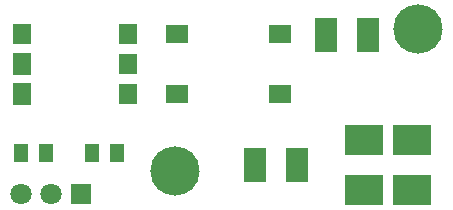
<source format=gts>
G04 (created by PCBNEW-RS274X (2012-01-19 BZR 3256)-stable) date 3/25/2013 8:41:05 PM*
G01*
G70*
G90*
%MOIN*%
G04 Gerber Fmt 3.4, Leading zero omitted, Abs format*
%FSLAX34Y34*%
G04 APERTURE LIST*
%ADD10C,0.006000*%
%ADD11R,0.070900X0.070900*%
%ADD12C,0.070900*%
%ADD13R,0.049000X0.059000*%
%ADD14R,0.074000X0.059000*%
%ADD15R,0.060600X0.070900*%
%ADD16R,0.063800X0.074100*%
%ADD17R,0.126000X0.100500*%
%ADD18R,0.074000X0.114000*%
%ADD19C,0.164000*%
G04 APERTURE END LIST*
G54D10*
G54D11*
X18913Y-20669D03*
G54D12*
X17913Y-20669D03*
X16913Y-20669D03*
G54D13*
X16898Y-19291D03*
X17748Y-19291D03*
G54D14*
X25539Y-15339D03*
X25539Y-17339D03*
X22099Y-17339D03*
X22099Y-15339D03*
G54D15*
X20477Y-17339D03*
X20477Y-16339D03*
X20477Y-15339D03*
G54D16*
X16925Y-17339D03*
X16925Y-16339D03*
G54D15*
X16925Y-15339D03*
G54D17*
X28347Y-18858D03*
X29921Y-18858D03*
X29921Y-20512D03*
X28347Y-20512D03*
G54D18*
X27056Y-15354D03*
X28456Y-15354D03*
X24694Y-19685D03*
X26094Y-19685D03*
G54D13*
X20110Y-19291D03*
X19260Y-19291D03*
G54D19*
X30118Y-15157D03*
X22047Y-19882D03*
M02*

</source>
